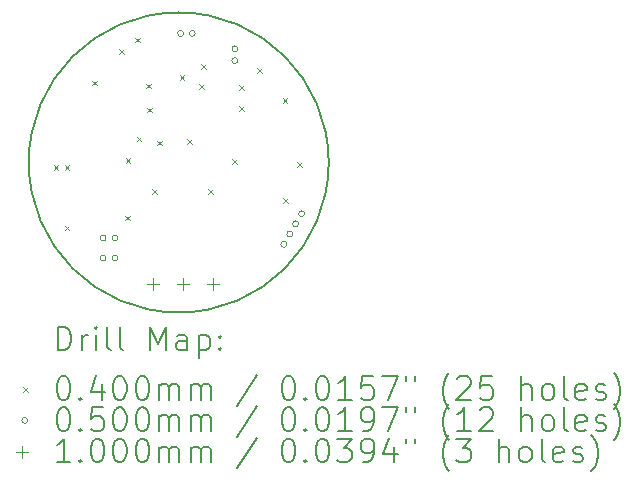
<source format=gbr>
%TF.GenerationSoftware,KiCad,Pcbnew,(6.0.7)*%
%TF.CreationDate,2023-04-27T15:14:57-07:00*%
%TF.ProjectId,OBC-Attempt-3_Dual_Deploy,4f42432d-4174-4746-956d-70742d335f44,rev?*%
%TF.SameCoordinates,Original*%
%TF.FileFunction,Drillmap*%
%TF.FilePolarity,Positive*%
%FSLAX45Y45*%
G04 Gerber Fmt 4.5, Leading zero omitted, Abs format (unit mm)*
G04 Created by KiCad (PCBNEW (6.0.7)) date 2023-04-27 15:14:57*
%MOMM*%
%LPD*%
G01*
G04 APERTURE LIST*
%ADD10C,0.200000*%
%ADD11C,0.040000*%
%ADD12C,0.050000*%
%ADD13C,0.100000*%
G04 APERTURE END LIST*
D10*
X16650000Y-11210000D02*
G75*
G03*
X16650000Y-11210000I-1270000J0D01*
G01*
D11*
X14320000Y-11230000D02*
X14360000Y-11270000D01*
X14360000Y-11230000D02*
X14320000Y-11270000D01*
X14415000Y-11230000D02*
X14455000Y-11270000D01*
X14455000Y-11230000D02*
X14415000Y-11270000D01*
X14415000Y-11745000D02*
X14455000Y-11785000D01*
X14455000Y-11745000D02*
X14415000Y-11785000D01*
X14647500Y-10517500D02*
X14687500Y-10557500D01*
X14687500Y-10517500D02*
X14647500Y-10557500D01*
X14872500Y-10247500D02*
X14912500Y-10287500D01*
X14912500Y-10247500D02*
X14872500Y-10287500D01*
X14927500Y-11660000D02*
X14967500Y-11700000D01*
X14967500Y-11660000D02*
X14927500Y-11700000D01*
X14930000Y-11171000D02*
X14970000Y-11211000D01*
X14970000Y-11171000D02*
X14930000Y-11211000D01*
X15010000Y-10152500D02*
X15050000Y-10192500D01*
X15050000Y-10152500D02*
X15010000Y-10192500D01*
X15022500Y-10992500D02*
X15062500Y-11032500D01*
X15062500Y-10992500D02*
X15022500Y-11032500D01*
X15105000Y-10543000D02*
X15145000Y-10583000D01*
X15145000Y-10543000D02*
X15105000Y-10583000D01*
X15110000Y-10745000D02*
X15150000Y-10785000D01*
X15150000Y-10745000D02*
X15110000Y-10785000D01*
X15155000Y-11434000D02*
X15195000Y-11474000D01*
X15195000Y-11434000D02*
X15155000Y-11474000D01*
X15200000Y-11025000D02*
X15240000Y-11065000D01*
X15240000Y-11025000D02*
X15200000Y-11065000D01*
X15388000Y-10470000D02*
X15428000Y-10510000D01*
X15428000Y-10470000D02*
X15388000Y-10510000D01*
X15450000Y-11015000D02*
X15490000Y-11055000D01*
X15490000Y-11015000D02*
X15450000Y-11055000D01*
X15552207Y-10544950D02*
X15592207Y-10584950D01*
X15592207Y-10544950D02*
X15552207Y-10584950D01*
X15566834Y-10379752D02*
X15606834Y-10419752D01*
X15606834Y-10379752D02*
X15566834Y-10419752D01*
X15627000Y-11434000D02*
X15667000Y-11474000D01*
X15667000Y-11434000D02*
X15627000Y-11474000D01*
X15829600Y-11181400D02*
X15869600Y-11221400D01*
X15869600Y-11181400D02*
X15829600Y-11221400D01*
X15890000Y-10555000D02*
X15930000Y-10595000D01*
X15930000Y-10555000D02*
X15890000Y-10595000D01*
X15892500Y-10735000D02*
X15932500Y-10775000D01*
X15932500Y-10735000D02*
X15892500Y-10775000D01*
X16042500Y-10410000D02*
X16082500Y-10450000D01*
X16082500Y-10410000D02*
X16042500Y-10450000D01*
X16259995Y-10666343D02*
X16299995Y-10706343D01*
X16299995Y-10666343D02*
X16259995Y-10706343D01*
X16261400Y-11511600D02*
X16301400Y-11551600D01*
X16301400Y-11511600D02*
X16261400Y-11551600D01*
X16385000Y-11210000D02*
X16425000Y-11250000D01*
X16425000Y-11210000D02*
X16385000Y-11250000D01*
D12*
X14765000Y-11850000D02*
G75*
G03*
X14765000Y-11850000I-25000J0D01*
G01*
X14765000Y-12020000D02*
G75*
G03*
X14765000Y-12020000I-25000J0D01*
G01*
X14865000Y-11850000D02*
G75*
G03*
X14865000Y-11850000I-25000J0D01*
G01*
X14865000Y-12020000D02*
G75*
G03*
X14865000Y-12020000I-25000J0D01*
G01*
X15420000Y-10117500D02*
G75*
G03*
X15420000Y-10117500I-25000J0D01*
G01*
X15520000Y-10117500D02*
G75*
G03*
X15520000Y-10117500I-25000J0D01*
G01*
X15880000Y-10247500D02*
G75*
G03*
X15880000Y-10247500I-25000J0D01*
G01*
X15880000Y-10347500D02*
G75*
G03*
X15880000Y-10347500I-25000J0D01*
G01*
X16295000Y-11903205D02*
G75*
G03*
X16295000Y-11903205I-25000J0D01*
G01*
X16345000Y-11816603D02*
G75*
G03*
X16345000Y-11816603I-25000J0D01*
G01*
X16395000Y-11730000D02*
G75*
G03*
X16395000Y-11730000I-25000J0D01*
G01*
X16445000Y-11643397D02*
G75*
G03*
X16445000Y-11643397I-25000J0D01*
G01*
D13*
X15164000Y-12192000D02*
X15164000Y-12292000D01*
X15114000Y-12242000D02*
X15214000Y-12242000D01*
X15418000Y-12192000D02*
X15418000Y-12292000D01*
X15368000Y-12242000D02*
X15468000Y-12242000D01*
X15672000Y-12192000D02*
X15672000Y-12292000D01*
X15622000Y-12242000D02*
X15722000Y-12242000D01*
D10*
X14357619Y-12800476D02*
X14357619Y-12600476D01*
X14405238Y-12600476D01*
X14433809Y-12610000D01*
X14452857Y-12629048D01*
X14462381Y-12648095D01*
X14471905Y-12686190D01*
X14471905Y-12714762D01*
X14462381Y-12752857D01*
X14452857Y-12771905D01*
X14433809Y-12790952D01*
X14405238Y-12800476D01*
X14357619Y-12800476D01*
X14557619Y-12800476D02*
X14557619Y-12667143D01*
X14557619Y-12705238D02*
X14567143Y-12686190D01*
X14576667Y-12676667D01*
X14595714Y-12667143D01*
X14614762Y-12667143D01*
X14681428Y-12800476D02*
X14681428Y-12667143D01*
X14681428Y-12600476D02*
X14671905Y-12610000D01*
X14681428Y-12619524D01*
X14690952Y-12610000D01*
X14681428Y-12600476D01*
X14681428Y-12619524D01*
X14805238Y-12800476D02*
X14786190Y-12790952D01*
X14776667Y-12771905D01*
X14776667Y-12600476D01*
X14910000Y-12800476D02*
X14890952Y-12790952D01*
X14881428Y-12771905D01*
X14881428Y-12600476D01*
X15138571Y-12800476D02*
X15138571Y-12600476D01*
X15205238Y-12743333D01*
X15271905Y-12600476D01*
X15271905Y-12800476D01*
X15452857Y-12800476D02*
X15452857Y-12695714D01*
X15443333Y-12676667D01*
X15424286Y-12667143D01*
X15386190Y-12667143D01*
X15367143Y-12676667D01*
X15452857Y-12790952D02*
X15433809Y-12800476D01*
X15386190Y-12800476D01*
X15367143Y-12790952D01*
X15357619Y-12771905D01*
X15357619Y-12752857D01*
X15367143Y-12733809D01*
X15386190Y-12724286D01*
X15433809Y-12724286D01*
X15452857Y-12714762D01*
X15548095Y-12667143D02*
X15548095Y-12867143D01*
X15548095Y-12676667D02*
X15567143Y-12667143D01*
X15605238Y-12667143D01*
X15624286Y-12676667D01*
X15633809Y-12686190D01*
X15643333Y-12705238D01*
X15643333Y-12762381D01*
X15633809Y-12781428D01*
X15624286Y-12790952D01*
X15605238Y-12800476D01*
X15567143Y-12800476D01*
X15548095Y-12790952D01*
X15729048Y-12781428D02*
X15738571Y-12790952D01*
X15729048Y-12800476D01*
X15719524Y-12790952D01*
X15729048Y-12781428D01*
X15729048Y-12800476D01*
X15729048Y-12676667D02*
X15738571Y-12686190D01*
X15729048Y-12695714D01*
X15719524Y-12686190D01*
X15729048Y-12676667D01*
X15729048Y-12695714D01*
D11*
X14060000Y-13110000D02*
X14100000Y-13150000D01*
X14100000Y-13110000D02*
X14060000Y-13150000D01*
D10*
X14395714Y-13020476D02*
X14414762Y-13020476D01*
X14433809Y-13030000D01*
X14443333Y-13039524D01*
X14452857Y-13058571D01*
X14462381Y-13096667D01*
X14462381Y-13144286D01*
X14452857Y-13182381D01*
X14443333Y-13201428D01*
X14433809Y-13210952D01*
X14414762Y-13220476D01*
X14395714Y-13220476D01*
X14376667Y-13210952D01*
X14367143Y-13201428D01*
X14357619Y-13182381D01*
X14348095Y-13144286D01*
X14348095Y-13096667D01*
X14357619Y-13058571D01*
X14367143Y-13039524D01*
X14376667Y-13030000D01*
X14395714Y-13020476D01*
X14548095Y-13201428D02*
X14557619Y-13210952D01*
X14548095Y-13220476D01*
X14538571Y-13210952D01*
X14548095Y-13201428D01*
X14548095Y-13220476D01*
X14729048Y-13087143D02*
X14729048Y-13220476D01*
X14681428Y-13010952D02*
X14633809Y-13153809D01*
X14757619Y-13153809D01*
X14871905Y-13020476D02*
X14890952Y-13020476D01*
X14910000Y-13030000D01*
X14919524Y-13039524D01*
X14929048Y-13058571D01*
X14938571Y-13096667D01*
X14938571Y-13144286D01*
X14929048Y-13182381D01*
X14919524Y-13201428D01*
X14910000Y-13210952D01*
X14890952Y-13220476D01*
X14871905Y-13220476D01*
X14852857Y-13210952D01*
X14843333Y-13201428D01*
X14833809Y-13182381D01*
X14824286Y-13144286D01*
X14824286Y-13096667D01*
X14833809Y-13058571D01*
X14843333Y-13039524D01*
X14852857Y-13030000D01*
X14871905Y-13020476D01*
X15062381Y-13020476D02*
X15081428Y-13020476D01*
X15100476Y-13030000D01*
X15110000Y-13039524D01*
X15119524Y-13058571D01*
X15129048Y-13096667D01*
X15129048Y-13144286D01*
X15119524Y-13182381D01*
X15110000Y-13201428D01*
X15100476Y-13210952D01*
X15081428Y-13220476D01*
X15062381Y-13220476D01*
X15043333Y-13210952D01*
X15033809Y-13201428D01*
X15024286Y-13182381D01*
X15014762Y-13144286D01*
X15014762Y-13096667D01*
X15024286Y-13058571D01*
X15033809Y-13039524D01*
X15043333Y-13030000D01*
X15062381Y-13020476D01*
X15214762Y-13220476D02*
X15214762Y-13087143D01*
X15214762Y-13106190D02*
X15224286Y-13096667D01*
X15243333Y-13087143D01*
X15271905Y-13087143D01*
X15290952Y-13096667D01*
X15300476Y-13115714D01*
X15300476Y-13220476D01*
X15300476Y-13115714D02*
X15310000Y-13096667D01*
X15329048Y-13087143D01*
X15357619Y-13087143D01*
X15376667Y-13096667D01*
X15386190Y-13115714D01*
X15386190Y-13220476D01*
X15481428Y-13220476D02*
X15481428Y-13087143D01*
X15481428Y-13106190D02*
X15490952Y-13096667D01*
X15510000Y-13087143D01*
X15538571Y-13087143D01*
X15557619Y-13096667D01*
X15567143Y-13115714D01*
X15567143Y-13220476D01*
X15567143Y-13115714D02*
X15576667Y-13096667D01*
X15595714Y-13087143D01*
X15624286Y-13087143D01*
X15643333Y-13096667D01*
X15652857Y-13115714D01*
X15652857Y-13220476D01*
X16043333Y-13010952D02*
X15871905Y-13268095D01*
X16300476Y-13020476D02*
X16319524Y-13020476D01*
X16338571Y-13030000D01*
X16348095Y-13039524D01*
X16357619Y-13058571D01*
X16367143Y-13096667D01*
X16367143Y-13144286D01*
X16357619Y-13182381D01*
X16348095Y-13201428D01*
X16338571Y-13210952D01*
X16319524Y-13220476D01*
X16300476Y-13220476D01*
X16281428Y-13210952D01*
X16271905Y-13201428D01*
X16262381Y-13182381D01*
X16252857Y-13144286D01*
X16252857Y-13096667D01*
X16262381Y-13058571D01*
X16271905Y-13039524D01*
X16281428Y-13030000D01*
X16300476Y-13020476D01*
X16452857Y-13201428D02*
X16462381Y-13210952D01*
X16452857Y-13220476D01*
X16443333Y-13210952D01*
X16452857Y-13201428D01*
X16452857Y-13220476D01*
X16586190Y-13020476D02*
X16605238Y-13020476D01*
X16624286Y-13030000D01*
X16633809Y-13039524D01*
X16643333Y-13058571D01*
X16652857Y-13096667D01*
X16652857Y-13144286D01*
X16643333Y-13182381D01*
X16633809Y-13201428D01*
X16624286Y-13210952D01*
X16605238Y-13220476D01*
X16586190Y-13220476D01*
X16567143Y-13210952D01*
X16557619Y-13201428D01*
X16548095Y-13182381D01*
X16538571Y-13144286D01*
X16538571Y-13096667D01*
X16548095Y-13058571D01*
X16557619Y-13039524D01*
X16567143Y-13030000D01*
X16586190Y-13020476D01*
X16843333Y-13220476D02*
X16729048Y-13220476D01*
X16786190Y-13220476D02*
X16786190Y-13020476D01*
X16767143Y-13049048D01*
X16748095Y-13068095D01*
X16729048Y-13077619D01*
X17024286Y-13020476D02*
X16929048Y-13020476D01*
X16919524Y-13115714D01*
X16929048Y-13106190D01*
X16948095Y-13096667D01*
X16995714Y-13096667D01*
X17014762Y-13106190D01*
X17024286Y-13115714D01*
X17033810Y-13134762D01*
X17033810Y-13182381D01*
X17024286Y-13201428D01*
X17014762Y-13210952D01*
X16995714Y-13220476D01*
X16948095Y-13220476D01*
X16929048Y-13210952D01*
X16919524Y-13201428D01*
X17100476Y-13020476D02*
X17233810Y-13020476D01*
X17148095Y-13220476D01*
X17300476Y-13020476D02*
X17300476Y-13058571D01*
X17376667Y-13020476D02*
X17376667Y-13058571D01*
X17671905Y-13296667D02*
X17662381Y-13287143D01*
X17643333Y-13258571D01*
X17633810Y-13239524D01*
X17624286Y-13210952D01*
X17614762Y-13163333D01*
X17614762Y-13125238D01*
X17624286Y-13077619D01*
X17633810Y-13049048D01*
X17643333Y-13030000D01*
X17662381Y-13001428D01*
X17671905Y-12991905D01*
X17738571Y-13039524D02*
X17748095Y-13030000D01*
X17767143Y-13020476D01*
X17814762Y-13020476D01*
X17833810Y-13030000D01*
X17843333Y-13039524D01*
X17852857Y-13058571D01*
X17852857Y-13077619D01*
X17843333Y-13106190D01*
X17729048Y-13220476D01*
X17852857Y-13220476D01*
X18033810Y-13020476D02*
X17938571Y-13020476D01*
X17929048Y-13115714D01*
X17938571Y-13106190D01*
X17957619Y-13096667D01*
X18005238Y-13096667D01*
X18024286Y-13106190D01*
X18033810Y-13115714D01*
X18043333Y-13134762D01*
X18043333Y-13182381D01*
X18033810Y-13201428D01*
X18024286Y-13210952D01*
X18005238Y-13220476D01*
X17957619Y-13220476D01*
X17938571Y-13210952D01*
X17929048Y-13201428D01*
X18281429Y-13220476D02*
X18281429Y-13020476D01*
X18367143Y-13220476D02*
X18367143Y-13115714D01*
X18357619Y-13096667D01*
X18338571Y-13087143D01*
X18310000Y-13087143D01*
X18290952Y-13096667D01*
X18281429Y-13106190D01*
X18490952Y-13220476D02*
X18471905Y-13210952D01*
X18462381Y-13201428D01*
X18452857Y-13182381D01*
X18452857Y-13125238D01*
X18462381Y-13106190D01*
X18471905Y-13096667D01*
X18490952Y-13087143D01*
X18519524Y-13087143D01*
X18538571Y-13096667D01*
X18548095Y-13106190D01*
X18557619Y-13125238D01*
X18557619Y-13182381D01*
X18548095Y-13201428D01*
X18538571Y-13210952D01*
X18519524Y-13220476D01*
X18490952Y-13220476D01*
X18671905Y-13220476D02*
X18652857Y-13210952D01*
X18643333Y-13191905D01*
X18643333Y-13020476D01*
X18824286Y-13210952D02*
X18805238Y-13220476D01*
X18767143Y-13220476D01*
X18748095Y-13210952D01*
X18738571Y-13191905D01*
X18738571Y-13115714D01*
X18748095Y-13096667D01*
X18767143Y-13087143D01*
X18805238Y-13087143D01*
X18824286Y-13096667D01*
X18833810Y-13115714D01*
X18833810Y-13134762D01*
X18738571Y-13153809D01*
X18910000Y-13210952D02*
X18929048Y-13220476D01*
X18967143Y-13220476D01*
X18986190Y-13210952D01*
X18995714Y-13191905D01*
X18995714Y-13182381D01*
X18986190Y-13163333D01*
X18967143Y-13153809D01*
X18938571Y-13153809D01*
X18919524Y-13144286D01*
X18910000Y-13125238D01*
X18910000Y-13115714D01*
X18919524Y-13096667D01*
X18938571Y-13087143D01*
X18967143Y-13087143D01*
X18986190Y-13096667D01*
X19062381Y-13296667D02*
X19071905Y-13287143D01*
X19090952Y-13258571D01*
X19100476Y-13239524D01*
X19110000Y-13210952D01*
X19119524Y-13163333D01*
X19119524Y-13125238D01*
X19110000Y-13077619D01*
X19100476Y-13049048D01*
X19090952Y-13030000D01*
X19071905Y-13001428D01*
X19062381Y-12991905D01*
D12*
X14100000Y-13394000D02*
G75*
G03*
X14100000Y-13394000I-25000J0D01*
G01*
D10*
X14395714Y-13284476D02*
X14414762Y-13284476D01*
X14433809Y-13294000D01*
X14443333Y-13303524D01*
X14452857Y-13322571D01*
X14462381Y-13360667D01*
X14462381Y-13408286D01*
X14452857Y-13446381D01*
X14443333Y-13465428D01*
X14433809Y-13474952D01*
X14414762Y-13484476D01*
X14395714Y-13484476D01*
X14376667Y-13474952D01*
X14367143Y-13465428D01*
X14357619Y-13446381D01*
X14348095Y-13408286D01*
X14348095Y-13360667D01*
X14357619Y-13322571D01*
X14367143Y-13303524D01*
X14376667Y-13294000D01*
X14395714Y-13284476D01*
X14548095Y-13465428D02*
X14557619Y-13474952D01*
X14548095Y-13484476D01*
X14538571Y-13474952D01*
X14548095Y-13465428D01*
X14548095Y-13484476D01*
X14738571Y-13284476D02*
X14643333Y-13284476D01*
X14633809Y-13379714D01*
X14643333Y-13370190D01*
X14662381Y-13360667D01*
X14710000Y-13360667D01*
X14729048Y-13370190D01*
X14738571Y-13379714D01*
X14748095Y-13398762D01*
X14748095Y-13446381D01*
X14738571Y-13465428D01*
X14729048Y-13474952D01*
X14710000Y-13484476D01*
X14662381Y-13484476D01*
X14643333Y-13474952D01*
X14633809Y-13465428D01*
X14871905Y-13284476D02*
X14890952Y-13284476D01*
X14910000Y-13294000D01*
X14919524Y-13303524D01*
X14929048Y-13322571D01*
X14938571Y-13360667D01*
X14938571Y-13408286D01*
X14929048Y-13446381D01*
X14919524Y-13465428D01*
X14910000Y-13474952D01*
X14890952Y-13484476D01*
X14871905Y-13484476D01*
X14852857Y-13474952D01*
X14843333Y-13465428D01*
X14833809Y-13446381D01*
X14824286Y-13408286D01*
X14824286Y-13360667D01*
X14833809Y-13322571D01*
X14843333Y-13303524D01*
X14852857Y-13294000D01*
X14871905Y-13284476D01*
X15062381Y-13284476D02*
X15081428Y-13284476D01*
X15100476Y-13294000D01*
X15110000Y-13303524D01*
X15119524Y-13322571D01*
X15129048Y-13360667D01*
X15129048Y-13408286D01*
X15119524Y-13446381D01*
X15110000Y-13465428D01*
X15100476Y-13474952D01*
X15081428Y-13484476D01*
X15062381Y-13484476D01*
X15043333Y-13474952D01*
X15033809Y-13465428D01*
X15024286Y-13446381D01*
X15014762Y-13408286D01*
X15014762Y-13360667D01*
X15024286Y-13322571D01*
X15033809Y-13303524D01*
X15043333Y-13294000D01*
X15062381Y-13284476D01*
X15214762Y-13484476D02*
X15214762Y-13351143D01*
X15214762Y-13370190D02*
X15224286Y-13360667D01*
X15243333Y-13351143D01*
X15271905Y-13351143D01*
X15290952Y-13360667D01*
X15300476Y-13379714D01*
X15300476Y-13484476D01*
X15300476Y-13379714D02*
X15310000Y-13360667D01*
X15329048Y-13351143D01*
X15357619Y-13351143D01*
X15376667Y-13360667D01*
X15386190Y-13379714D01*
X15386190Y-13484476D01*
X15481428Y-13484476D02*
X15481428Y-13351143D01*
X15481428Y-13370190D02*
X15490952Y-13360667D01*
X15510000Y-13351143D01*
X15538571Y-13351143D01*
X15557619Y-13360667D01*
X15567143Y-13379714D01*
X15567143Y-13484476D01*
X15567143Y-13379714D02*
X15576667Y-13360667D01*
X15595714Y-13351143D01*
X15624286Y-13351143D01*
X15643333Y-13360667D01*
X15652857Y-13379714D01*
X15652857Y-13484476D01*
X16043333Y-13274952D02*
X15871905Y-13532095D01*
X16300476Y-13284476D02*
X16319524Y-13284476D01*
X16338571Y-13294000D01*
X16348095Y-13303524D01*
X16357619Y-13322571D01*
X16367143Y-13360667D01*
X16367143Y-13408286D01*
X16357619Y-13446381D01*
X16348095Y-13465428D01*
X16338571Y-13474952D01*
X16319524Y-13484476D01*
X16300476Y-13484476D01*
X16281428Y-13474952D01*
X16271905Y-13465428D01*
X16262381Y-13446381D01*
X16252857Y-13408286D01*
X16252857Y-13360667D01*
X16262381Y-13322571D01*
X16271905Y-13303524D01*
X16281428Y-13294000D01*
X16300476Y-13284476D01*
X16452857Y-13465428D02*
X16462381Y-13474952D01*
X16452857Y-13484476D01*
X16443333Y-13474952D01*
X16452857Y-13465428D01*
X16452857Y-13484476D01*
X16586190Y-13284476D02*
X16605238Y-13284476D01*
X16624286Y-13294000D01*
X16633809Y-13303524D01*
X16643333Y-13322571D01*
X16652857Y-13360667D01*
X16652857Y-13408286D01*
X16643333Y-13446381D01*
X16633809Y-13465428D01*
X16624286Y-13474952D01*
X16605238Y-13484476D01*
X16586190Y-13484476D01*
X16567143Y-13474952D01*
X16557619Y-13465428D01*
X16548095Y-13446381D01*
X16538571Y-13408286D01*
X16538571Y-13360667D01*
X16548095Y-13322571D01*
X16557619Y-13303524D01*
X16567143Y-13294000D01*
X16586190Y-13284476D01*
X16843333Y-13484476D02*
X16729048Y-13484476D01*
X16786190Y-13484476D02*
X16786190Y-13284476D01*
X16767143Y-13313048D01*
X16748095Y-13332095D01*
X16729048Y-13341619D01*
X16938571Y-13484476D02*
X16976667Y-13484476D01*
X16995714Y-13474952D01*
X17005238Y-13465428D01*
X17024286Y-13436857D01*
X17033810Y-13398762D01*
X17033810Y-13322571D01*
X17024286Y-13303524D01*
X17014762Y-13294000D01*
X16995714Y-13284476D01*
X16957619Y-13284476D01*
X16938571Y-13294000D01*
X16929048Y-13303524D01*
X16919524Y-13322571D01*
X16919524Y-13370190D01*
X16929048Y-13389238D01*
X16938571Y-13398762D01*
X16957619Y-13408286D01*
X16995714Y-13408286D01*
X17014762Y-13398762D01*
X17024286Y-13389238D01*
X17033810Y-13370190D01*
X17100476Y-13284476D02*
X17233810Y-13284476D01*
X17148095Y-13484476D01*
X17300476Y-13284476D02*
X17300476Y-13322571D01*
X17376667Y-13284476D02*
X17376667Y-13322571D01*
X17671905Y-13560667D02*
X17662381Y-13551143D01*
X17643333Y-13522571D01*
X17633810Y-13503524D01*
X17624286Y-13474952D01*
X17614762Y-13427333D01*
X17614762Y-13389238D01*
X17624286Y-13341619D01*
X17633810Y-13313048D01*
X17643333Y-13294000D01*
X17662381Y-13265428D01*
X17671905Y-13255905D01*
X17852857Y-13484476D02*
X17738571Y-13484476D01*
X17795714Y-13484476D02*
X17795714Y-13284476D01*
X17776667Y-13313048D01*
X17757619Y-13332095D01*
X17738571Y-13341619D01*
X17929048Y-13303524D02*
X17938571Y-13294000D01*
X17957619Y-13284476D01*
X18005238Y-13284476D01*
X18024286Y-13294000D01*
X18033810Y-13303524D01*
X18043333Y-13322571D01*
X18043333Y-13341619D01*
X18033810Y-13370190D01*
X17919524Y-13484476D01*
X18043333Y-13484476D01*
X18281429Y-13484476D02*
X18281429Y-13284476D01*
X18367143Y-13484476D02*
X18367143Y-13379714D01*
X18357619Y-13360667D01*
X18338571Y-13351143D01*
X18310000Y-13351143D01*
X18290952Y-13360667D01*
X18281429Y-13370190D01*
X18490952Y-13484476D02*
X18471905Y-13474952D01*
X18462381Y-13465428D01*
X18452857Y-13446381D01*
X18452857Y-13389238D01*
X18462381Y-13370190D01*
X18471905Y-13360667D01*
X18490952Y-13351143D01*
X18519524Y-13351143D01*
X18538571Y-13360667D01*
X18548095Y-13370190D01*
X18557619Y-13389238D01*
X18557619Y-13446381D01*
X18548095Y-13465428D01*
X18538571Y-13474952D01*
X18519524Y-13484476D01*
X18490952Y-13484476D01*
X18671905Y-13484476D02*
X18652857Y-13474952D01*
X18643333Y-13455905D01*
X18643333Y-13284476D01*
X18824286Y-13474952D02*
X18805238Y-13484476D01*
X18767143Y-13484476D01*
X18748095Y-13474952D01*
X18738571Y-13455905D01*
X18738571Y-13379714D01*
X18748095Y-13360667D01*
X18767143Y-13351143D01*
X18805238Y-13351143D01*
X18824286Y-13360667D01*
X18833810Y-13379714D01*
X18833810Y-13398762D01*
X18738571Y-13417809D01*
X18910000Y-13474952D02*
X18929048Y-13484476D01*
X18967143Y-13484476D01*
X18986190Y-13474952D01*
X18995714Y-13455905D01*
X18995714Y-13446381D01*
X18986190Y-13427333D01*
X18967143Y-13417809D01*
X18938571Y-13417809D01*
X18919524Y-13408286D01*
X18910000Y-13389238D01*
X18910000Y-13379714D01*
X18919524Y-13360667D01*
X18938571Y-13351143D01*
X18967143Y-13351143D01*
X18986190Y-13360667D01*
X19062381Y-13560667D02*
X19071905Y-13551143D01*
X19090952Y-13522571D01*
X19100476Y-13503524D01*
X19110000Y-13474952D01*
X19119524Y-13427333D01*
X19119524Y-13389238D01*
X19110000Y-13341619D01*
X19100476Y-13313048D01*
X19090952Y-13294000D01*
X19071905Y-13265428D01*
X19062381Y-13255905D01*
D13*
X14050000Y-13608000D02*
X14050000Y-13708000D01*
X14000000Y-13658000D02*
X14100000Y-13658000D01*
D10*
X14462381Y-13748476D02*
X14348095Y-13748476D01*
X14405238Y-13748476D02*
X14405238Y-13548476D01*
X14386190Y-13577048D01*
X14367143Y-13596095D01*
X14348095Y-13605619D01*
X14548095Y-13729428D02*
X14557619Y-13738952D01*
X14548095Y-13748476D01*
X14538571Y-13738952D01*
X14548095Y-13729428D01*
X14548095Y-13748476D01*
X14681428Y-13548476D02*
X14700476Y-13548476D01*
X14719524Y-13558000D01*
X14729048Y-13567524D01*
X14738571Y-13586571D01*
X14748095Y-13624667D01*
X14748095Y-13672286D01*
X14738571Y-13710381D01*
X14729048Y-13729428D01*
X14719524Y-13738952D01*
X14700476Y-13748476D01*
X14681428Y-13748476D01*
X14662381Y-13738952D01*
X14652857Y-13729428D01*
X14643333Y-13710381D01*
X14633809Y-13672286D01*
X14633809Y-13624667D01*
X14643333Y-13586571D01*
X14652857Y-13567524D01*
X14662381Y-13558000D01*
X14681428Y-13548476D01*
X14871905Y-13548476D02*
X14890952Y-13548476D01*
X14910000Y-13558000D01*
X14919524Y-13567524D01*
X14929048Y-13586571D01*
X14938571Y-13624667D01*
X14938571Y-13672286D01*
X14929048Y-13710381D01*
X14919524Y-13729428D01*
X14910000Y-13738952D01*
X14890952Y-13748476D01*
X14871905Y-13748476D01*
X14852857Y-13738952D01*
X14843333Y-13729428D01*
X14833809Y-13710381D01*
X14824286Y-13672286D01*
X14824286Y-13624667D01*
X14833809Y-13586571D01*
X14843333Y-13567524D01*
X14852857Y-13558000D01*
X14871905Y-13548476D01*
X15062381Y-13548476D02*
X15081428Y-13548476D01*
X15100476Y-13558000D01*
X15110000Y-13567524D01*
X15119524Y-13586571D01*
X15129048Y-13624667D01*
X15129048Y-13672286D01*
X15119524Y-13710381D01*
X15110000Y-13729428D01*
X15100476Y-13738952D01*
X15081428Y-13748476D01*
X15062381Y-13748476D01*
X15043333Y-13738952D01*
X15033809Y-13729428D01*
X15024286Y-13710381D01*
X15014762Y-13672286D01*
X15014762Y-13624667D01*
X15024286Y-13586571D01*
X15033809Y-13567524D01*
X15043333Y-13558000D01*
X15062381Y-13548476D01*
X15214762Y-13748476D02*
X15214762Y-13615143D01*
X15214762Y-13634190D02*
X15224286Y-13624667D01*
X15243333Y-13615143D01*
X15271905Y-13615143D01*
X15290952Y-13624667D01*
X15300476Y-13643714D01*
X15300476Y-13748476D01*
X15300476Y-13643714D02*
X15310000Y-13624667D01*
X15329048Y-13615143D01*
X15357619Y-13615143D01*
X15376667Y-13624667D01*
X15386190Y-13643714D01*
X15386190Y-13748476D01*
X15481428Y-13748476D02*
X15481428Y-13615143D01*
X15481428Y-13634190D02*
X15490952Y-13624667D01*
X15510000Y-13615143D01*
X15538571Y-13615143D01*
X15557619Y-13624667D01*
X15567143Y-13643714D01*
X15567143Y-13748476D01*
X15567143Y-13643714D02*
X15576667Y-13624667D01*
X15595714Y-13615143D01*
X15624286Y-13615143D01*
X15643333Y-13624667D01*
X15652857Y-13643714D01*
X15652857Y-13748476D01*
X16043333Y-13538952D02*
X15871905Y-13796095D01*
X16300476Y-13548476D02*
X16319524Y-13548476D01*
X16338571Y-13558000D01*
X16348095Y-13567524D01*
X16357619Y-13586571D01*
X16367143Y-13624667D01*
X16367143Y-13672286D01*
X16357619Y-13710381D01*
X16348095Y-13729428D01*
X16338571Y-13738952D01*
X16319524Y-13748476D01*
X16300476Y-13748476D01*
X16281428Y-13738952D01*
X16271905Y-13729428D01*
X16262381Y-13710381D01*
X16252857Y-13672286D01*
X16252857Y-13624667D01*
X16262381Y-13586571D01*
X16271905Y-13567524D01*
X16281428Y-13558000D01*
X16300476Y-13548476D01*
X16452857Y-13729428D02*
X16462381Y-13738952D01*
X16452857Y-13748476D01*
X16443333Y-13738952D01*
X16452857Y-13729428D01*
X16452857Y-13748476D01*
X16586190Y-13548476D02*
X16605238Y-13548476D01*
X16624286Y-13558000D01*
X16633809Y-13567524D01*
X16643333Y-13586571D01*
X16652857Y-13624667D01*
X16652857Y-13672286D01*
X16643333Y-13710381D01*
X16633809Y-13729428D01*
X16624286Y-13738952D01*
X16605238Y-13748476D01*
X16586190Y-13748476D01*
X16567143Y-13738952D01*
X16557619Y-13729428D01*
X16548095Y-13710381D01*
X16538571Y-13672286D01*
X16538571Y-13624667D01*
X16548095Y-13586571D01*
X16557619Y-13567524D01*
X16567143Y-13558000D01*
X16586190Y-13548476D01*
X16719524Y-13548476D02*
X16843333Y-13548476D01*
X16776667Y-13624667D01*
X16805238Y-13624667D01*
X16824286Y-13634190D01*
X16833810Y-13643714D01*
X16843333Y-13662762D01*
X16843333Y-13710381D01*
X16833810Y-13729428D01*
X16824286Y-13738952D01*
X16805238Y-13748476D01*
X16748095Y-13748476D01*
X16729048Y-13738952D01*
X16719524Y-13729428D01*
X16938571Y-13748476D02*
X16976667Y-13748476D01*
X16995714Y-13738952D01*
X17005238Y-13729428D01*
X17024286Y-13700857D01*
X17033810Y-13662762D01*
X17033810Y-13586571D01*
X17024286Y-13567524D01*
X17014762Y-13558000D01*
X16995714Y-13548476D01*
X16957619Y-13548476D01*
X16938571Y-13558000D01*
X16929048Y-13567524D01*
X16919524Y-13586571D01*
X16919524Y-13634190D01*
X16929048Y-13653238D01*
X16938571Y-13662762D01*
X16957619Y-13672286D01*
X16995714Y-13672286D01*
X17014762Y-13662762D01*
X17024286Y-13653238D01*
X17033810Y-13634190D01*
X17205238Y-13615143D02*
X17205238Y-13748476D01*
X17157619Y-13538952D02*
X17110000Y-13681809D01*
X17233810Y-13681809D01*
X17300476Y-13548476D02*
X17300476Y-13586571D01*
X17376667Y-13548476D02*
X17376667Y-13586571D01*
X17671905Y-13824667D02*
X17662381Y-13815143D01*
X17643333Y-13786571D01*
X17633810Y-13767524D01*
X17624286Y-13738952D01*
X17614762Y-13691333D01*
X17614762Y-13653238D01*
X17624286Y-13605619D01*
X17633810Y-13577048D01*
X17643333Y-13558000D01*
X17662381Y-13529428D01*
X17671905Y-13519905D01*
X17729048Y-13548476D02*
X17852857Y-13548476D01*
X17786190Y-13624667D01*
X17814762Y-13624667D01*
X17833810Y-13634190D01*
X17843333Y-13643714D01*
X17852857Y-13662762D01*
X17852857Y-13710381D01*
X17843333Y-13729428D01*
X17833810Y-13738952D01*
X17814762Y-13748476D01*
X17757619Y-13748476D01*
X17738571Y-13738952D01*
X17729048Y-13729428D01*
X18090952Y-13748476D02*
X18090952Y-13548476D01*
X18176667Y-13748476D02*
X18176667Y-13643714D01*
X18167143Y-13624667D01*
X18148095Y-13615143D01*
X18119524Y-13615143D01*
X18100476Y-13624667D01*
X18090952Y-13634190D01*
X18300476Y-13748476D02*
X18281429Y-13738952D01*
X18271905Y-13729428D01*
X18262381Y-13710381D01*
X18262381Y-13653238D01*
X18271905Y-13634190D01*
X18281429Y-13624667D01*
X18300476Y-13615143D01*
X18329048Y-13615143D01*
X18348095Y-13624667D01*
X18357619Y-13634190D01*
X18367143Y-13653238D01*
X18367143Y-13710381D01*
X18357619Y-13729428D01*
X18348095Y-13738952D01*
X18329048Y-13748476D01*
X18300476Y-13748476D01*
X18481429Y-13748476D02*
X18462381Y-13738952D01*
X18452857Y-13719905D01*
X18452857Y-13548476D01*
X18633810Y-13738952D02*
X18614762Y-13748476D01*
X18576667Y-13748476D01*
X18557619Y-13738952D01*
X18548095Y-13719905D01*
X18548095Y-13643714D01*
X18557619Y-13624667D01*
X18576667Y-13615143D01*
X18614762Y-13615143D01*
X18633810Y-13624667D01*
X18643333Y-13643714D01*
X18643333Y-13662762D01*
X18548095Y-13681809D01*
X18719524Y-13738952D02*
X18738571Y-13748476D01*
X18776667Y-13748476D01*
X18795714Y-13738952D01*
X18805238Y-13719905D01*
X18805238Y-13710381D01*
X18795714Y-13691333D01*
X18776667Y-13681809D01*
X18748095Y-13681809D01*
X18729048Y-13672286D01*
X18719524Y-13653238D01*
X18719524Y-13643714D01*
X18729048Y-13624667D01*
X18748095Y-13615143D01*
X18776667Y-13615143D01*
X18795714Y-13624667D01*
X18871905Y-13824667D02*
X18881429Y-13815143D01*
X18900476Y-13786571D01*
X18910000Y-13767524D01*
X18919524Y-13738952D01*
X18929048Y-13691333D01*
X18929048Y-13653238D01*
X18919524Y-13605619D01*
X18910000Y-13577048D01*
X18900476Y-13558000D01*
X18881429Y-13529428D01*
X18871905Y-13519905D01*
M02*

</source>
